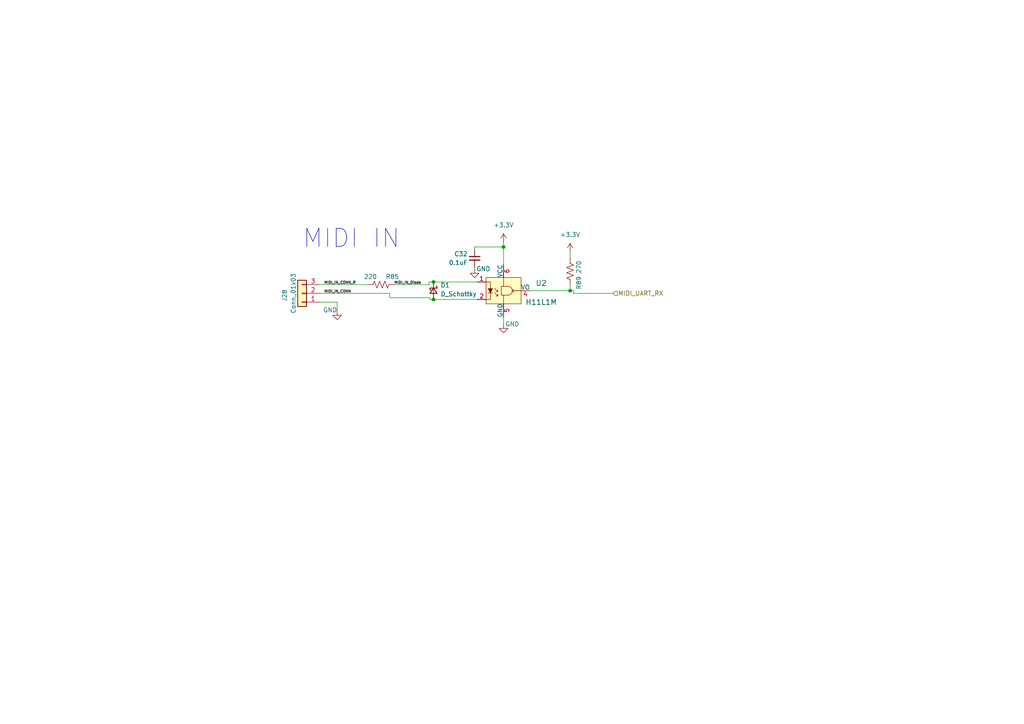
<source format=kicad_sch>
(kicad_sch (version 20230121) (generator eeschema)
  (paper "A4")
  (lib_symbols
    (symbol "4ms_Connector:Conn_01x03" (pin_names (offset 1.016) hide)
      (property "Reference" "J" (at 0 5.08 0))
      (property "Value" "Conn_01x03" (at 0 -5.08 0))
      (symbol "Conn_01x03_1_1"
        (rectangle (start -1.27 -2.413) (end 0 -2.667) (stroke (width 0.1524)))
        (rectangle (start -1.27 0.127) (end 0 -0.127) (stroke (width 0.1524)))
        (rectangle (start -1.27 2.667) (end 0 2.413) (stroke (width 0.1524)))
        (rectangle (start -1.27 3.81) (end 1.27 -3.81) (stroke (width 0.254)) (fill (type background)))
        (pin passive line (at -5.08 2.54 0) (length 3.81) (name "Pin_1") (number "1"))
        (pin passive line (at -5.08 0 0) (length 3.81) (name "Pin_2") (number "2"))
        (pin passive line (at -5.08 -2.54 0) (length 3.81) (name "Pin_3") (number "3"))
      )
    )
    (symbol "Device:C_Small" (pin_numbers hide) (pin_names (offset 0.254) hide)
      (property "Reference" "C" (at 0.254 1.778 0))
      (property "Value" "C_Small" (at 0.254 -2.032 0))
      (symbol "C_Small_0_1"
        (polyline (pts (xy -1.524 -0.508) (xy 1.524 -0.508)) (stroke (width 0.3302)))
        (polyline (pts (xy -1.524 0.508) (xy 1.524 0.508)) (stroke (width 0.3048)))
      )
      (symbol "C_Small_1_1"
        (pin passive line (at 0 2.54 270) (length 2.032) (name "~") (number "1"))
        (pin passive line (at 0 -2.54 90) (length 2.032) (name "~") (number "2"))
      )
    )
    (symbol "Device:D_Schottky_Small" (pin_numbers hide) (pin_names (offset 0.254) hide)
      (property "Reference" "D" (at -1.27 2.032 0))
      (property "Value" "D_Schottky_Small" (at -7.112 -2.032 0))
      (symbol "D_Schottky_Small_0_1"
        (polyline (pts (xy -0.762 0) (xy 0.762 0)))
        (polyline (pts (xy 0.762 -1.016) (xy -0.762 0) (xy 0.762 1.016) (xy 0.762 -1.016)) (stroke (width 0.254)))
        (polyline (pts (xy -1.27 0.762) (xy -1.27 1.016) (xy -0.762 1.016) (xy -0.762 -1.016) (xy -0.254 -1.016) (xy -0.254 -0.762)) (stroke (width 0.254)))
      )
      (symbol "D_Schottky_Small_1_1"
        (pin passive line (at -2.54 0 0) (length 1.778) (name "K") (number "1"))
        (pin passive line (at 2.54 0 180) (length 1.778) (name "A") (number "2"))
      )
    )
    (symbol "Device:R_US" (pin_numbers hide) (pin_names (offset 0))
      (property "Reference" "R" (at 2.54 0 90))
      (property "Value" "R_US" (at -2.54 0 90))
      (symbol "R_US_0_1"
        (polyline (pts (xy 0 -2.286) (xy 0 -2.54)))
        (polyline (pts (xy 0 2.286) (xy 0 2.54)))
        (polyline (pts (xy 0 -0.762) (xy 1.016 -1.143) (xy 0 -1.524) (xy -1.016 -1.905) (xy 0 -2.286)))
        (polyline (pts (xy 0 0.762) (xy 1.016 0.381) (xy 0 0) (xy -1.016 -0.381) (xy 0 -0.762)))
        (polyline (pts (xy 0 2.286) (xy 1.016 1.905) (xy 0 1.524) (xy -1.016 1.143) (xy 0 0.762)))
      )
      (symbol "R_US_1_1"
        (pin passive line (at 0 3.81 270) (length 1.27) (name "~") (number "1"))
        (pin passive line (at 0 -3.81 90) (length 1.27) (name "~") (number "2"))
      )
    )
    (symbol "dk_Optoisolators-Logic-Output:H11L1M" (pin_names (offset 0))
      (property "Reference" "U" (at -5.08 6.35 0))
      (property "Value" "H11L1M" (at 3.175 -6.35 0))
      (symbol "H11L1M_0_1"
        (polyline (pts (xy -4.445 -0.635) (xy -3.175 -0.635)))
        (polyline (pts (xy -0.635 1.27) (xy 1.27 1.27)))
        (polyline (pts (xy 0 -5.08) (xy 0 -1.27)))
        (polyline (pts (xy 0 5.08) (xy 0 1.27)))
        (polyline (pts (xy 3.175 0) (xy 5.08 0)))
        (polyline (pts (xy -5.08 2.54) (xy -3.81 2.54) (xy -3.81 0)))
        (polyline (pts (xy -3.81 -0.635) (xy -3.81 -2.54) (xy -5.08 -2.54)))
        (polyline (pts (xy -0.635 1.27) (xy -0.635 -1.27) (xy 1.27 -1.27)))
        (polyline (pts (xy -3.81 -0.635) (xy -4.445 0.635) (xy -3.175 0.635) (xy -3.81 -0.635)) (fill (type outline)))
        (polyline (pts (xy -2.54 -0.635) (xy -1.651 -1.524) (xy -1.651 -1.016) (xy -1.651 -1.524) (xy -2.159 -1.524)))
        (polyline (pts (xy -2.54 0.635) (xy -1.651 -0.254) (xy -1.651 0.127) (xy -1.651 -0.254) (xy -2.159 -0.254)))
        (arc (start 1.27 -1.27) (mid 2.5345 0) (end 1.27 1.27))
        (circle (center 2.54 0) (radius 0.0001))
        (circle (center 2.794 0) (radius 0.2794))
      )
      (symbol "H11L1M_1_1"
        (rectangle (start -5.08 3.81) (end 5.08 -3.81) (fill (type background)))
        (pin passive line (at -7.62 2.54 0) (length 2.54) (name "~") (number "1"))
        (pin passive line (at -7.62 -2.54 0) (length 2.54) (name "~") (number "2"))
        (pin no_connect line (at 5.08 -2.54 180) (length 2.54) hide (name "NC") (number "3"))
        (pin output line (at 7.62 0 180) (length 2.54) (name "VO") (number "4"))
        (pin power_in line (at 0 -7.62 90) (length 3.81) (name "GND") (number "5"))
        (pin power_in line (at 0 7.62 270) (length 3.81) (name "VCC") (number "6"))
      )
    )
    (symbol "power:+3.3V" (power) (pin_names (offset 0))
      (property "Value" "+3.3V" (at 0 3.556 0))
      (symbol "+3.3V_0_1"
        (polyline (pts (xy -0.762 1.27) (xy 0 2.54)))
        (polyline (pts (xy 0 0) (xy 0 2.54)))
        (polyline (pts (xy 0 2.54) (xy 0.762 1.27)))
      )
      (symbol "+3.3V_1_1"
        (pin power_in line (at 0 0 90) (length 0) hide (name "+3.3V") (number "1"))
      )
    )
    (symbol "power:GND" (power) (pin_names (offset 0))
      (property "Value" "GND" (at 0 -3.81 0))
      (symbol "GND_0_1"
        (polyline (pts (xy 0 0) (xy 0 -1.27) (xy 1.27 -1.27) (xy 0 -2.54) (xy -1.27 -1.27) (xy 0 -1.27)))
      )
      (symbol "GND_1_1"
        (pin power_in line (at 0 0 270) (length 0) hide (name "GND") (number "1"))
      )
    )
  )
  (junction (at 125.73 86.868))
  (junction (at 165.354 84.328))
  (junction (at 125.73 81.788))
  (junction (at 146.05 71.628))
  (wire (pts (xy 137.668 77.978) (xy 137.668 77.47)))
  (wire (pts (xy 92.71 82.55) (xy 106.68 82.55)))
  (wire (pts (xy 124.714 86.36) (xy 124.714 86.868)))
  (wire (pts (xy 125.73 86.868) (xy 138.43 86.868)))
  (wire (pts (xy 166.37 85.09) (xy 177.8 85.09)))
  (wire (pts (xy 165.354 82.55) (xy 165.354 84.328)))
  (wire (pts (xy 153.67 84.328) (xy 165.354 84.328)))
  (wire (pts (xy 97.79 87.63) (xy 97.79 90.17)))
  (wire (pts (xy 166.37 84.328) (xy 165.354 84.328)))
  (wire (pts (xy 165.354 73.152) (xy 165.354 74.93)))
  (wire (pts (xy 124.714 86.868) (xy 125.73 86.868)))
  (wire (pts (xy 114.3 82.55) (xy 124.46 82.55)))
  (wire (pts (xy 113.03 86.36) (xy 124.714 86.36)))
  (wire (pts (xy 146.05 93.98) (xy 146.05 91.948)))
  (wire (pts (xy 137.668 71.628) (xy 146.05 71.628)))
  (wire (pts (xy 92.71 85.09) (xy 113.03 85.09)))
  (wire (pts (xy 113.03 85.09) (xy 113.03 86.36)))
  (wire (pts (xy 146.05 70.358) (xy 146.05 71.628)))
  (wire (pts (xy 125.73 81.788) (xy 138.43 81.788)))
  (wire (pts (xy 137.668 72.39) (xy 137.668 71.628)))
  (wire (pts (xy 124.46 82.55) (xy 124.46 81.788)))
  (wire (pts (xy 92.71 87.63) (xy 97.79 87.63)))
  (wire (pts (xy 146.05 71.628) (xy 146.05 76.708)))
  (wire (pts (xy 124.46 81.788) (xy 125.73 81.788)))
  (wire (pts (xy 166.37 85.09) (xy 166.37 84.328)))
  (text "MIDI IN" (at 87.63 72.39 0) (effects (font (size 5.27 5.27)) (justify left bottom)))
  (label "MIDI_IN_Diode" (at 114.3 82.55 0) (effects (font (size 0.75 0.75))))
  (label "MIDI_IN_CONN_R" (at 93.98 82.55 0) (effects (font (size 0.75 0.75))))
  (label "MIDI_IN_CONN" (at 93.98 85.09 0) (effects (font (size 0.75 0.75))))
  (hierarchical_label "MIDI_UART_RX" (shape input) (at 177.8 85.09 0))
  (symbol (lib_id "power:GND") (at 137.668 77.978 0) (unit 1)
    (property "Reference" "#PWR063" (effects hide))
    (property "Value" "GND" (at 140.208 77.978 0))
    (instances (project "DaisySeedBreakout" (path "" (reference "#PWR063") (unit 1)) (path "" (reference "#PWR060") (unit 1))))
  )
  (symbol (lib_id "Device:C_Small") (at 137.668 74.93 0) (mirror y) (unit 1)
    (property "Reference" "C32" (at 135.636 73.66 0) (effects (justify left)))
    (property "Value" "0.1uF" (at 135.636 76.2 0) (effects (justify left)))
    (property "Footprint" "Capacitor_SMD:C_0402_1005Metric" (effects hide))
    (property "Specs" "0603, 16V" (effects hide))
    (instances (project "DaisySeedBreakout" (path "" (reference "C32") (unit 1)) (path "" (reference "C7") (unit 1))))
  )
  (symbol (lib_id "Device:R_US") (at 110.49 82.55 270) (unit 1)
    (property "Reference" "R85" (at 113.792 80.264 90))
    (property "Value" "220" (at 107.442 80.264 90))
    (property "Footprint" "Resistor_SMD:R_0402_1005Metric" (effects hide))
    (property "Specks" "0402" (effects hide))
    (instances (project "DaisySeedBreakout" (path "" (reference "R85") (unit 1)) (path "" (reference "R32") (unit 1)) (path "" (reference "R54") (unit 1))))
  )
  (symbol (lib_id "Device:D_Schottky_Small") (at 125.73 84.328 270) (unit 1)
    (property "Reference" "D1" (at 127.762 82.7405 90) (effects (justify left)))
    (property "Value" "D_Schottky" (at 127.762 85.2805 90) (effects (justify left)))
    (property "Footprint" "Diode_SMD:D_0402_1005Metric" (effects hide))
  )
  (symbol (lib_id "Device:R_US") (at 165.354 78.74 180) (unit 1)
    (property "Reference" "R89" (at 167.894 82.042 90))
    (property "Value" "270" (at 167.894 77.47 90))
    (property "Footprint" "Resistor_SMD:R_0402_1005Metric" (effects hide))
    (property "Specks" "0402" (effects hide))
    (instances (project "DaisySeedBreakout" (path "" (reference "R89") (unit 1)) (path "" (reference "R32") (unit 1)) (path "" (reference "R55") (unit 1))))
  )
  (symbol (lib_id "dk_Optoisolators-Logic-Output:H11L1M") (at 146.05 84.328 0) (unit 1)
    (property "Reference" "U2" (at 156.972 82.1121 0) (effects (font (size 1.524 1.524))))
    (property "Value" "H11L1M" (at 156.972 87.63 0) (effects (font (size 1.524 1.524))))
    (property "Footprint" "digikey-footprints:DIP-6_W7.62mm" (effects hide))
    (property "Datasheet" "http://www.onsemi.com/pub/Collateral/H11L3M-D.pdf" (effects hide))
    (property "Digi-Key_PN" "H11L1-MQT-ND" (effects hide))
    (property "MPN" "H11L1M" (effects hide))
    (property "Category" "Isolators" (effects hide))
    (property "Family" "Optoisolators - Logic Output" (effects hide))
    (property "DK_Datasheet_Link" "http://www.onsemi.com/pub/Collateral/H11L3M-D.pdf" (effects hide))
    (property "DK_Detail_Page" "/product-detail/en/on-semiconductor/H11L1M/H11L1-MQT-ND/284866" (effects hide))
    (property "Description" "OPTOISO 4.17KV OPN COLL 6DIP" (effects hide))
    (property "Manufacturer" "ON Semiconductor" (effects hide))
    (property "Status" "Active" (effects hide))
    (instances (project "DaisySeedBreakout" (path "" (reference "U2") (unit 1)) (path "" (reference "U1") (unit 1))))
  )
  (symbol (lib_id "4ms_Connector:Conn_01x03") (at 87.63 85.09 180) (unit 1)
    (property "Reference" "J28" (at 82.55 85.725 90))
    (property "Value" "Conn_01x03" (at 85.09 85.09 90))
    (property "Footprint" "FemaleHeaders:PinHeader_1x03_P2.54mm_Vertical_Female" (effects hide))
    (property "Specifications" "HEADER 1x3 MALE PINS 0.100” 180deg" (effects hide))
    (property "Manufacturer" "TAD" (effects hide))
    (property "Part Number" "1-0301FBV0T" (effects hide))
    (instances (project "DaisySeedBreakout" (path "" (reference "J28") (unit 1)) (path "" (reference "J3") (unit 1))))
  )
  (symbol (lib_id "power:GND") (at 146.05 93.98 0) (unit 1)
    (property "Reference" "#PWR060" (effects hide))
    (property "Value" "GND" (at 148.59 93.98 0))
    (instances (project "DaisySeedBreakout" (path "" (reference "#PWR060") (unit 1)) (path "" (reference "#PWR062") (unit 1))))
  )
  (symbol (lib_id "power:+3.3V") (at 146.05 70.358 0) (unit 1)
    (property "Reference" "#PWR062" (effects hide))
    (property "Value" "+3.3V" (at 146.05 65.278 0))
    (instances (project "DaisySeedBreakout" (path "" (reference "#PWR062") (unit 1)) (path "" (reference "#PWR061") (unit 1))))
  )
  (symbol (lib_id "power:+3.3V") (at 165.354 73.152 0) (unit 1)
    (property "Reference" "#PWR061" (effects hide))
    (property "Value" "+3.3V" (at 165.354 68.072 0))
    (instances (project "DaisySeedBreakout" (path "" (reference "#PWR061") (unit 1)) (path "" (reference "#PWR063") (unit 1))))
  )
  (symbol (lib_id "power:GND") (at 97.79 90.17 0) (unit 1)
    (property "Reference" "#PWR059" (effects hide))
    (property "Value" "GND" (at 95.758 89.916 0))
  )
)
</source>
